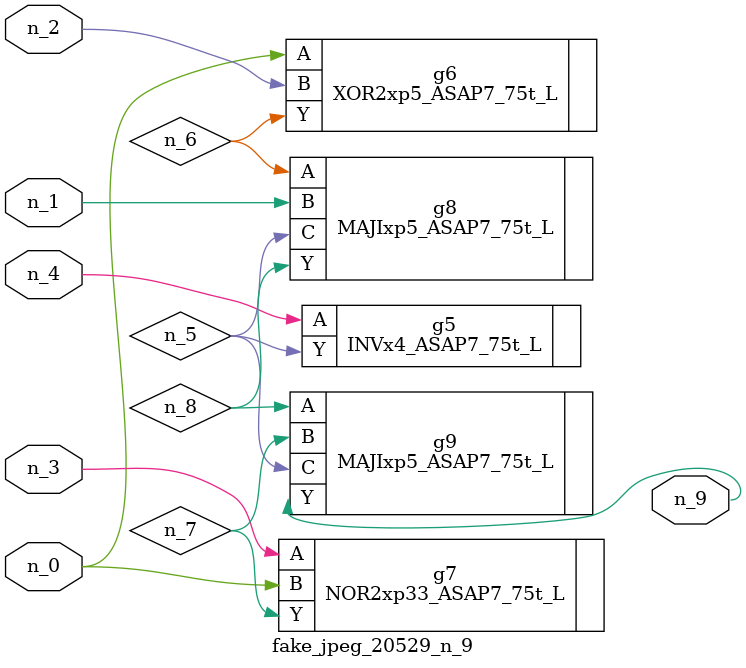
<source format=v>
module fake_jpeg_20529_n_9 (n_3, n_2, n_1, n_0, n_4, n_9);

input n_3;
input n_2;
input n_1;
input n_0;
input n_4;

output n_9;

wire n_8;
wire n_6;
wire n_5;
wire n_7;

INVx4_ASAP7_75t_L g5 ( 
.A(n_4),
.Y(n_5)
);

XOR2xp5_ASAP7_75t_L g6 ( 
.A(n_0),
.B(n_2),
.Y(n_6)
);

NOR2xp33_ASAP7_75t_L g7 ( 
.A(n_3),
.B(n_0),
.Y(n_7)
);

MAJIxp5_ASAP7_75t_L g8 ( 
.A(n_6),
.B(n_1),
.C(n_5),
.Y(n_8)
);

MAJIxp5_ASAP7_75t_L g9 ( 
.A(n_8),
.B(n_7),
.C(n_5),
.Y(n_9)
);


endmodule
</source>
